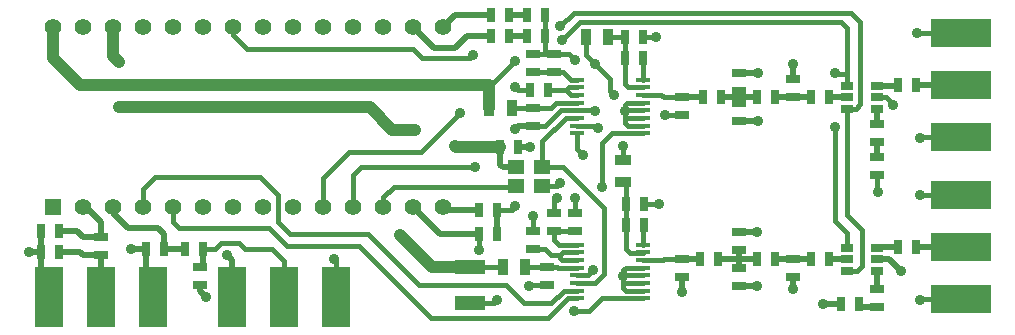
<source format=gtl>
%FSLAX34Y34*%
G04 Gerber Fmt 3.4, Leading zero omitted, Abs format*
G04 (created by PCBNEW (2014-03-19 BZR 4756)-product) date Thu 19 Jun 2014 10:11:17 PM AKDT*
%MOIN*%
G01*
G70*
G90*
G04 APERTURE LIST*
%ADD10C,0.005906*%
%ADD11R,0.055118X0.047244*%
%ADD12R,0.045000X0.025000*%
%ADD13R,0.025000X0.045000*%
%ADD14R,0.100000X0.050000*%
%ADD15R,0.050000X0.015000*%
%ADD16R,0.039400X0.027600*%
%ADD17R,0.055000X0.055000*%
%ADD18C,0.055000*%
%ADD19R,0.094488X0.200787*%
%ADD20R,0.200787X0.094488*%
%ADD21R,0.035000X0.055000*%
%ADD22R,0.055000X0.035000*%
%ADD23C,0.035000*%
%ADD24C,0.015748*%
%ADD25C,0.019685*%
%ADD26C,0.039370*%
G04 APERTURE END LIST*
G54D10*
G54D11*
X62116Y-31614D03*
X62983Y-31614D03*
X62116Y-30985D03*
X62983Y-30985D03*
G54D12*
X63150Y-34300D03*
X63150Y-34900D03*
X62700Y-29000D03*
X62700Y-29600D03*
X62700Y-33700D03*
X62700Y-33100D03*
G54D13*
X63200Y-28400D03*
X62600Y-28400D03*
G54D12*
X64100Y-33100D03*
X64100Y-32500D03*
X63400Y-27800D03*
X63400Y-27200D03*
G54D13*
X61600Y-30300D03*
X62200Y-30300D03*
X65800Y-32900D03*
X66400Y-32900D03*
X65750Y-27350D03*
X66350Y-27350D03*
X65800Y-32200D03*
X66400Y-32200D03*
X65750Y-26650D03*
X66350Y-26650D03*
X72550Y-34050D03*
X71950Y-34050D03*
X72550Y-28650D03*
X71950Y-28650D03*
G54D12*
X74150Y-29550D03*
X74150Y-30150D03*
G54D13*
X75450Y-28250D03*
X74850Y-28250D03*
G54D12*
X74150Y-35050D03*
X74150Y-35650D03*
G54D13*
X75450Y-33650D03*
X74850Y-33650D03*
G54D14*
X60600Y-34300D03*
X60600Y-35500D03*
G54D13*
X61300Y-25900D03*
X61900Y-25900D03*
X61300Y-26600D03*
X61900Y-26600D03*
G54D12*
X63400Y-33100D03*
X63400Y-32500D03*
X62700Y-27800D03*
X62700Y-27200D03*
X67650Y-34050D03*
X67650Y-34650D03*
X67650Y-28650D03*
X67650Y-29250D03*
G54D13*
X68850Y-34050D03*
X68250Y-34050D03*
X68950Y-28650D03*
X68350Y-28650D03*
G54D12*
X69550Y-33750D03*
X69550Y-33150D03*
X69550Y-28850D03*
X69550Y-29450D03*
X69550Y-34950D03*
X69550Y-34350D03*
X69550Y-27850D03*
X69550Y-28450D03*
G54D13*
X70750Y-34050D03*
X70150Y-34050D03*
X70750Y-28650D03*
X70150Y-28650D03*
G54D12*
X71350Y-34650D03*
X71350Y-34050D03*
X71350Y-28050D03*
X71350Y-28650D03*
G54D13*
X46300Y-33800D03*
X46900Y-33800D03*
G54D12*
X51600Y-34900D03*
X51600Y-34300D03*
X48300Y-33300D03*
X48300Y-33900D03*
G54D13*
X51100Y-33700D03*
X51700Y-33700D03*
X46300Y-33100D03*
X46900Y-33100D03*
X49800Y-33700D03*
X50400Y-33700D03*
G54D12*
X74150Y-30650D03*
X74150Y-31250D03*
G54D13*
X73550Y-35550D03*
X72950Y-35550D03*
X60900Y-33200D03*
X61500Y-33200D03*
X60900Y-32400D03*
X61500Y-32400D03*
X63100Y-25900D03*
X62500Y-25900D03*
X63100Y-26600D03*
X62500Y-26600D03*
G54D15*
X64148Y-33554D03*
X64148Y-33810D03*
X64148Y-34066D03*
X64148Y-34322D03*
X64148Y-34578D03*
X64148Y-34834D03*
X64148Y-35090D03*
X64148Y-35346D03*
X66352Y-35346D03*
X66352Y-35090D03*
X66352Y-34834D03*
X66352Y-34578D03*
X66352Y-34322D03*
X66352Y-34066D03*
X66352Y-33810D03*
X66352Y-33554D03*
X64148Y-28054D03*
X64148Y-28310D03*
X64148Y-28566D03*
X64148Y-28822D03*
X64148Y-29078D03*
X64148Y-29334D03*
X64148Y-29590D03*
X64148Y-29846D03*
X66352Y-29846D03*
X66352Y-29590D03*
X66352Y-29334D03*
X66352Y-29078D03*
X66352Y-28822D03*
X66352Y-28566D03*
X66352Y-28310D03*
X66352Y-28054D03*
G54D16*
X73150Y-29025D03*
X73150Y-28650D03*
X73150Y-28275D03*
X74150Y-28275D03*
X74150Y-28650D03*
X74150Y-29025D03*
X73150Y-34425D03*
X73150Y-34050D03*
X73150Y-33675D03*
X74150Y-33675D03*
X74150Y-34050D03*
X74150Y-34425D03*
G54D17*
X46700Y-32300D03*
G54D18*
X47700Y-32300D03*
X48700Y-32300D03*
X49700Y-32300D03*
X50700Y-32300D03*
X51700Y-32300D03*
X52700Y-32300D03*
X53700Y-32300D03*
X54700Y-32300D03*
X55700Y-32300D03*
X56700Y-32300D03*
X57700Y-32300D03*
X58700Y-32300D03*
X59700Y-32300D03*
X59700Y-26300D03*
X58700Y-26300D03*
X57700Y-26300D03*
X56700Y-26300D03*
X55700Y-26300D03*
X54700Y-26300D03*
X53700Y-26300D03*
X52700Y-26300D03*
X51700Y-26300D03*
X50700Y-26300D03*
X49700Y-26300D03*
X48700Y-26300D03*
X47700Y-26300D03*
X46700Y-26300D03*
G54D19*
X48300Y-35300D03*
X46567Y-35300D03*
X50032Y-35300D03*
X54400Y-35300D03*
X56132Y-35300D03*
X52667Y-35300D03*
G54D20*
X76950Y-28250D03*
X76950Y-26517D03*
X76950Y-29982D03*
X76950Y-33650D03*
X76950Y-31917D03*
X76950Y-35382D03*
G54D21*
X61675Y-34300D03*
X62425Y-34300D03*
X61225Y-29000D03*
X61975Y-29000D03*
G54D22*
X65700Y-30725D03*
X65700Y-31475D03*
G54D21*
X64450Y-26650D03*
X65200Y-26650D03*
G54D23*
X74950Y-34450D03*
X72350Y-35550D03*
X71350Y-35050D03*
X70150Y-33150D03*
X70150Y-34950D03*
X67650Y-35150D03*
X70200Y-29450D03*
X70200Y-27850D03*
X71350Y-27550D03*
X64750Y-29100D03*
X65750Y-29100D03*
X67100Y-29250D03*
X66775Y-26650D03*
X64100Y-27400D03*
X62100Y-28300D03*
X65700Y-34600D03*
X66900Y-32200D03*
X74200Y-31800D03*
X74700Y-28900D03*
X75600Y-35400D03*
X75600Y-31900D03*
X75600Y-30000D03*
X75500Y-26500D03*
X64100Y-32000D03*
X63600Y-31500D03*
X63500Y-32000D03*
X62700Y-32600D03*
X64700Y-34400D03*
X62550Y-34950D03*
X62100Y-29700D03*
X62600Y-30300D03*
X45900Y-33800D03*
X49300Y-33700D03*
X51800Y-35300D03*
X52500Y-33900D03*
X61500Y-35400D03*
X56050Y-34025D03*
X48900Y-27475D03*
X48900Y-28975D03*
X58750Y-29725D03*
X60100Y-30275D03*
X58250Y-33225D03*
X56850Y-28275D03*
X64750Y-27525D03*
X62100Y-27425D03*
X65700Y-30275D03*
X65400Y-28575D03*
X64050Y-35775D03*
X60900Y-33725D03*
X62100Y-32275D03*
X65000Y-31625D03*
X60250Y-29175D03*
X64850Y-29675D03*
X64350Y-30575D03*
X60750Y-30975D03*
X63600Y-26275D03*
X63650Y-26725D03*
X60700Y-27225D03*
X72750Y-29625D03*
X72750Y-27825D03*
G54D24*
X63522Y-34322D02*
X63500Y-34300D01*
X63500Y-34300D02*
X63150Y-34300D01*
X64148Y-34322D02*
X63522Y-34322D01*
X63150Y-34300D02*
X62425Y-34300D01*
G54D25*
X74550Y-34050D02*
X74950Y-34450D01*
X74150Y-34050D02*
X74550Y-34050D01*
X72950Y-35550D02*
X72350Y-35550D01*
X71350Y-34650D02*
X71350Y-35050D01*
X69550Y-33150D02*
X70150Y-33150D01*
X69550Y-34950D02*
X70150Y-34950D01*
X67650Y-34650D02*
X67650Y-35150D01*
X69550Y-29450D02*
X70200Y-29450D01*
X69550Y-27850D02*
X70200Y-27850D01*
X71350Y-28050D02*
X71350Y-27550D01*
G54D24*
X64728Y-29078D02*
X64750Y-29100D01*
X64148Y-29078D02*
X64728Y-29078D01*
X65828Y-28822D02*
X65750Y-28900D01*
X65750Y-28900D02*
X65750Y-29100D01*
X65772Y-29078D02*
X66352Y-29078D01*
X65772Y-29078D02*
X65750Y-29100D01*
X66352Y-28822D02*
X65828Y-28822D01*
X65784Y-29334D02*
X65750Y-29300D01*
X65750Y-29300D02*
X65750Y-29100D01*
X66352Y-29334D02*
X65784Y-29334D01*
X65840Y-29590D02*
X65750Y-29500D01*
X65750Y-29500D02*
X65750Y-29100D01*
X66352Y-29590D02*
X65840Y-29590D01*
X67650Y-29250D02*
X67100Y-29250D01*
X66350Y-26650D02*
X66775Y-26650D01*
X63400Y-27200D02*
X62700Y-27200D01*
X63900Y-27200D02*
X63400Y-27200D01*
X64100Y-27400D02*
X63900Y-27200D01*
X62200Y-28400D02*
X62100Y-28300D01*
X62600Y-28400D02*
X62200Y-28400D01*
X63100Y-29600D02*
X63622Y-29078D01*
X63622Y-29078D02*
X64148Y-29078D01*
X62700Y-29600D02*
X63100Y-29600D01*
X65778Y-34322D02*
X65700Y-34400D01*
X65700Y-34400D02*
X65700Y-34600D01*
X65722Y-34578D02*
X66352Y-34578D01*
X65722Y-34578D02*
X65700Y-34600D01*
X66352Y-34322D02*
X65778Y-34322D01*
X65734Y-34834D02*
X65700Y-34800D01*
X65700Y-34800D02*
X65700Y-34600D01*
X66352Y-34834D02*
X65734Y-34834D01*
X65790Y-35090D02*
X65700Y-35000D01*
X65700Y-35000D02*
X65700Y-34600D01*
X66352Y-35090D02*
X65790Y-35090D01*
X66400Y-32200D02*
X66900Y-32200D01*
X74200Y-31800D02*
X74150Y-31750D01*
X74150Y-31250D02*
X74150Y-31750D01*
X74150Y-31750D02*
X74200Y-31800D01*
X74450Y-28650D02*
X74700Y-28900D01*
X74150Y-28650D02*
X74450Y-28650D01*
X75617Y-35382D02*
X75600Y-35400D01*
X76950Y-35382D02*
X75617Y-35382D01*
X75617Y-31917D02*
X75600Y-31900D01*
X76950Y-31917D02*
X75617Y-31917D01*
X75617Y-29982D02*
X75600Y-30000D01*
X76950Y-29982D02*
X75617Y-29982D01*
X75517Y-26517D02*
X75500Y-26500D01*
X76950Y-26517D02*
X75517Y-26517D01*
X64100Y-32500D02*
X64100Y-32000D01*
X63485Y-31614D02*
X63600Y-31500D01*
X62983Y-31614D02*
X63485Y-31614D01*
X63400Y-32100D02*
X63500Y-32000D01*
X63400Y-32500D02*
X63400Y-32100D01*
X62700Y-33100D02*
X62700Y-32600D01*
X64522Y-34578D02*
X64700Y-34400D01*
X64148Y-34578D02*
X64522Y-34578D01*
X62600Y-34900D02*
X62550Y-34950D01*
X63150Y-34900D02*
X62600Y-34900D01*
G54D25*
X62200Y-29600D02*
X62100Y-29700D01*
X62700Y-29600D02*
X62200Y-29600D01*
X62200Y-30300D02*
X62600Y-30300D01*
X46300Y-35032D02*
X46567Y-35300D01*
X46300Y-33800D02*
X46300Y-35032D01*
X46300Y-33100D02*
X46300Y-33800D01*
X46300Y-33800D02*
X45900Y-33800D01*
X49800Y-33700D02*
X49300Y-33700D01*
X49800Y-35067D02*
X50032Y-35300D01*
X49800Y-33700D02*
X49800Y-35067D01*
X51600Y-35100D02*
X51800Y-35300D01*
X51600Y-34900D02*
X51600Y-35100D01*
X52667Y-34067D02*
X52500Y-33900D01*
X52667Y-35300D02*
X52667Y-34067D01*
G54D24*
X61400Y-35500D02*
X61500Y-35400D01*
X60600Y-35500D02*
X61400Y-35500D01*
X63100Y-25900D02*
X63100Y-26600D01*
X63100Y-27200D02*
X62700Y-27200D01*
X63100Y-26600D02*
X63100Y-27200D01*
X56132Y-34107D02*
X56050Y-34025D01*
X56132Y-35300D02*
X56132Y-34107D01*
X64148Y-28833D02*
X64148Y-28822D01*
X63300Y-29000D02*
X63466Y-28833D01*
X63466Y-28833D02*
X64148Y-28833D01*
X62700Y-29000D02*
X63300Y-29000D01*
X62700Y-29000D02*
X61975Y-29000D01*
X63690Y-33810D02*
X63600Y-33900D01*
X63600Y-33900D02*
X63600Y-34000D01*
X63600Y-34000D02*
X63666Y-34066D01*
X63666Y-34066D02*
X64148Y-34066D01*
X64148Y-33810D02*
X63690Y-33810D01*
X63100Y-33700D02*
X63300Y-33900D01*
X63300Y-33900D02*
X63600Y-33900D01*
X62700Y-33700D02*
X63100Y-33700D01*
X63800Y-28400D02*
X63890Y-28310D01*
X63890Y-28310D02*
X64148Y-28310D01*
X63200Y-28400D02*
X63800Y-28400D01*
X63966Y-28566D02*
X63800Y-28400D01*
X64148Y-28566D02*
X63966Y-28566D01*
X63554Y-33554D02*
X63400Y-33400D01*
X63400Y-33400D02*
X63400Y-33100D01*
X64148Y-33554D02*
X63554Y-33554D01*
X63400Y-33100D02*
X64100Y-33100D01*
X63700Y-27800D02*
X63400Y-27800D01*
X63954Y-28054D02*
X63700Y-27800D01*
X64148Y-28054D02*
X63954Y-28054D01*
X63400Y-27800D02*
X62700Y-27800D01*
G54D25*
X61685Y-30985D02*
X61600Y-30900D01*
X61600Y-30900D02*
X61600Y-30300D01*
X62116Y-30985D02*
X61685Y-30985D01*
G54D26*
X48700Y-27275D02*
X48900Y-27475D01*
X48900Y-28975D02*
X51800Y-28975D01*
X51800Y-28975D02*
X57250Y-28975D01*
X57250Y-28975D02*
X58000Y-29725D01*
X58000Y-29725D02*
X58750Y-29725D01*
X60100Y-30275D02*
X60125Y-30300D01*
X60125Y-30300D02*
X61600Y-30300D01*
X48700Y-26300D02*
X48700Y-27275D01*
G54D24*
X65800Y-32200D02*
X65800Y-32900D01*
X66352Y-33821D02*
X66352Y-33810D01*
X65800Y-33700D02*
X65921Y-33821D01*
X65921Y-33821D02*
X66352Y-33821D01*
X65800Y-32900D02*
X65800Y-33700D01*
X65800Y-31575D02*
X65700Y-31475D01*
X65800Y-32200D02*
X65800Y-31575D01*
X66352Y-32948D02*
X66400Y-32900D01*
X66352Y-33554D02*
X66352Y-32948D01*
X65750Y-26650D02*
X65750Y-27350D01*
X65860Y-28310D02*
X65750Y-28200D01*
X65750Y-28200D02*
X65750Y-27350D01*
X66352Y-28310D02*
X65860Y-28310D01*
X65750Y-26650D02*
X65200Y-26650D01*
X66350Y-28052D02*
X66352Y-28054D01*
X66350Y-27350D02*
X66350Y-28052D01*
G54D25*
X72550Y-34050D02*
X73150Y-34050D01*
X71950Y-34050D02*
X71350Y-34050D01*
X70750Y-34050D02*
X71350Y-34050D01*
X72550Y-28650D02*
X73150Y-28650D01*
X71350Y-28650D02*
X71950Y-28650D01*
X71350Y-28650D02*
X70750Y-28650D01*
X74150Y-29025D02*
X74150Y-29550D01*
X74150Y-30150D02*
X74150Y-30650D01*
X76950Y-28250D02*
X75450Y-28250D01*
X74825Y-28275D02*
X74850Y-28250D01*
X74150Y-28275D02*
X74825Y-28275D01*
X74150Y-34425D02*
X74150Y-35050D01*
X73650Y-35650D02*
X73550Y-35550D01*
X74150Y-35650D02*
X73650Y-35650D01*
X76950Y-33650D02*
X75450Y-33650D01*
X74175Y-33650D02*
X74150Y-33675D01*
X74850Y-33650D02*
X74175Y-33650D01*
G54D24*
X60600Y-34300D02*
X61675Y-34300D01*
G54D26*
X46700Y-27325D02*
X47600Y-28225D01*
X56850Y-28225D02*
X61200Y-28225D01*
X47600Y-28225D02*
X56850Y-28225D01*
X61200Y-28225D02*
X61225Y-28250D01*
X61225Y-28250D02*
X61225Y-29000D01*
X46700Y-26300D02*
X46700Y-27325D01*
G54D24*
X56850Y-28275D02*
X56850Y-28225D01*
X56850Y-28225D02*
X56850Y-28275D01*
X56850Y-28275D02*
X56850Y-28225D01*
G54D26*
X59325Y-34300D02*
X58250Y-33225D01*
X60600Y-34300D02*
X59325Y-34300D01*
G54D24*
X64450Y-27225D02*
X64750Y-27525D01*
X62100Y-27425D02*
X61275Y-28250D01*
X61275Y-28250D02*
X61225Y-28250D01*
X64450Y-26650D02*
X64450Y-27225D01*
X65400Y-28575D02*
X65250Y-28425D01*
X65250Y-28425D02*
X65250Y-28025D01*
X65250Y-28025D02*
X64750Y-27525D01*
X65700Y-30725D02*
X65700Y-30275D01*
G54D25*
X60100Y-25900D02*
X61300Y-25900D01*
X59700Y-26300D02*
X60100Y-25900D01*
X61900Y-25900D02*
X62500Y-25900D01*
X60500Y-26600D02*
X60100Y-27000D01*
X60100Y-27000D02*
X59400Y-27000D01*
X59400Y-27000D02*
X58700Y-26300D01*
X61300Y-26600D02*
X60500Y-26600D01*
X61900Y-26600D02*
X62500Y-26600D01*
X68250Y-34050D02*
X67650Y-34050D01*
G54D24*
X67034Y-34066D02*
X67050Y-34050D01*
X67050Y-34050D02*
X67650Y-34050D01*
X66352Y-34066D02*
X67034Y-34066D01*
G54D25*
X67650Y-28650D02*
X68350Y-28650D01*
G54D24*
X66352Y-28564D02*
X66352Y-28566D01*
X67050Y-28650D02*
X66964Y-28564D01*
X66964Y-28564D02*
X66352Y-28564D01*
X67650Y-28650D02*
X67050Y-28650D01*
G54D25*
X69550Y-34050D02*
X68850Y-34050D01*
X70150Y-34050D02*
X69550Y-34050D01*
X69550Y-33750D02*
X69550Y-34050D01*
X69550Y-34350D02*
X69550Y-34050D01*
X69550Y-28450D02*
X69550Y-28850D01*
X69450Y-28650D02*
X70150Y-28650D01*
X68950Y-28650D02*
X69450Y-28650D01*
X69550Y-28550D02*
X69450Y-28650D01*
X69550Y-28450D02*
X69550Y-28550D01*
X47600Y-33800D02*
X47700Y-33900D01*
X47700Y-33900D02*
X48300Y-33900D01*
X46900Y-33800D02*
X47600Y-33800D01*
X48300Y-35300D02*
X48300Y-33900D01*
X51700Y-34200D02*
X51600Y-34300D01*
X51700Y-33700D02*
X51700Y-34200D01*
G54D24*
X54400Y-34100D02*
X54000Y-33700D01*
X54000Y-33700D02*
X53100Y-33700D01*
X53100Y-33700D02*
X52900Y-33500D01*
X52900Y-33500D02*
X52300Y-33500D01*
X52300Y-33500D02*
X52100Y-33700D01*
X52100Y-33700D02*
X51700Y-33700D01*
X54400Y-35300D02*
X54400Y-34100D01*
G54D25*
X50400Y-33200D02*
X50400Y-33700D01*
X50200Y-33000D02*
X50400Y-33200D01*
X49200Y-33000D02*
X50200Y-33000D01*
X48700Y-32500D02*
X49200Y-33000D01*
X48700Y-32300D02*
X48700Y-32500D01*
X50400Y-33700D02*
X51100Y-33700D01*
X47700Y-33300D02*
X47500Y-33100D01*
X47500Y-33100D02*
X46900Y-33100D01*
X48300Y-33300D02*
X47700Y-33300D01*
X48300Y-32800D02*
X48300Y-33300D01*
X47800Y-32300D02*
X48300Y-32800D01*
X47700Y-32300D02*
X47800Y-32300D01*
X59600Y-33200D02*
X58700Y-32300D01*
X60900Y-33200D02*
X59600Y-33200D01*
G54D24*
X64979Y-35346D02*
X64550Y-35775D01*
X64550Y-35775D02*
X64050Y-35775D01*
X60900Y-33725D02*
X60900Y-33200D01*
X66352Y-35346D02*
X64979Y-35346D01*
G54D25*
X61500Y-33200D02*
X61500Y-32400D01*
G54D24*
X61975Y-32400D02*
X62100Y-32275D01*
X65000Y-31625D02*
X65000Y-30175D01*
X65000Y-30175D02*
X65329Y-29846D01*
X65329Y-29846D02*
X66352Y-29846D01*
X61500Y-32400D02*
X61975Y-32400D01*
G54D25*
X59800Y-32400D02*
X59700Y-32300D01*
X60900Y-32400D02*
X59800Y-32400D01*
G54D24*
X64148Y-29322D02*
X64148Y-29334D01*
X62983Y-30116D02*
X63777Y-29322D01*
X63777Y-29322D02*
X64148Y-29322D01*
X62983Y-30985D02*
X62983Y-30116D01*
X64766Y-34834D02*
X65050Y-34550D01*
X65050Y-34550D02*
X65050Y-32350D01*
X65050Y-32350D02*
X63685Y-30985D01*
X63685Y-30985D02*
X62983Y-30985D01*
X64148Y-34834D02*
X64766Y-34834D01*
X63710Y-35090D02*
X63300Y-35500D01*
X63300Y-35500D02*
X62400Y-35500D01*
X62400Y-35500D02*
X61800Y-34900D01*
X61800Y-34900D02*
X58900Y-34900D01*
X58900Y-34900D02*
X57200Y-33200D01*
X57200Y-33200D02*
X54600Y-33200D01*
X54600Y-33200D02*
X54200Y-32800D01*
X54200Y-32800D02*
X54200Y-31900D01*
X54200Y-31900D02*
X53600Y-31300D01*
X53600Y-31300D02*
X50100Y-31300D01*
X50100Y-31300D02*
X49700Y-31700D01*
X49700Y-31700D02*
X49700Y-32300D01*
X64148Y-35090D02*
X63710Y-35090D01*
X64148Y-35334D02*
X64148Y-35346D01*
X50700Y-32800D02*
X50900Y-33000D01*
X50900Y-33000D02*
X53900Y-33000D01*
X53900Y-33000D02*
X54500Y-33600D01*
X54500Y-33600D02*
X56900Y-33600D01*
X56900Y-33600D02*
X59300Y-36000D01*
X59300Y-36000D02*
X63200Y-36000D01*
X63200Y-36000D02*
X63865Y-35334D01*
X63865Y-35334D02*
X64148Y-35334D01*
X50700Y-32300D02*
X50700Y-32800D01*
X55700Y-31325D02*
X56550Y-30475D01*
X56550Y-30475D02*
X58950Y-30475D01*
X58950Y-30475D02*
X60250Y-29175D01*
X64850Y-29675D02*
X64765Y-29590D01*
X64765Y-29590D02*
X64148Y-29590D01*
X55700Y-32300D02*
X55700Y-31325D01*
X64148Y-30373D02*
X64350Y-30575D01*
X60750Y-30975D02*
X57550Y-30975D01*
X57550Y-30975D02*
X56950Y-30975D01*
X56950Y-30975D02*
X56700Y-31225D01*
X56700Y-31225D02*
X56700Y-32300D01*
X64148Y-29846D02*
X64148Y-30373D01*
X73450Y-29025D02*
X73600Y-28875D01*
X73600Y-28875D02*
X73600Y-26125D01*
X73600Y-26125D02*
X73300Y-25825D01*
X73300Y-25825D02*
X64050Y-25825D01*
X64050Y-25825D02*
X63600Y-26275D01*
X73150Y-29025D02*
X73450Y-29025D01*
X73150Y-32575D02*
X73650Y-33075D01*
X73650Y-33075D02*
X73650Y-34275D01*
X73650Y-34275D02*
X73500Y-34425D01*
X73500Y-34425D02*
X73150Y-34425D01*
X73150Y-29025D02*
X73150Y-32575D01*
X73150Y-27875D02*
X73150Y-28275D01*
X73150Y-26325D02*
X73150Y-27875D01*
X72950Y-26125D02*
X73150Y-26325D01*
X64250Y-26125D02*
X72950Y-26125D01*
X63650Y-26725D02*
X64250Y-26125D01*
X60600Y-27325D02*
X60700Y-27225D01*
X59000Y-27325D02*
X60600Y-27325D01*
X58700Y-27025D02*
X59000Y-27325D01*
X53150Y-27025D02*
X58700Y-27025D01*
X52700Y-26575D02*
X53150Y-27025D01*
X52700Y-26300D02*
X52700Y-26575D01*
X73150Y-33175D02*
X72750Y-32775D01*
X72750Y-32775D02*
X72750Y-29625D01*
X72750Y-27825D02*
X72800Y-27875D01*
X72800Y-27875D02*
X73150Y-27875D01*
X73150Y-33675D02*
X73150Y-33175D01*
X62106Y-31625D02*
X62116Y-31614D01*
X57700Y-31975D02*
X58050Y-31625D01*
X58050Y-31625D02*
X62106Y-31625D01*
X57700Y-32300D02*
X57700Y-31975D01*
M02*

</source>
